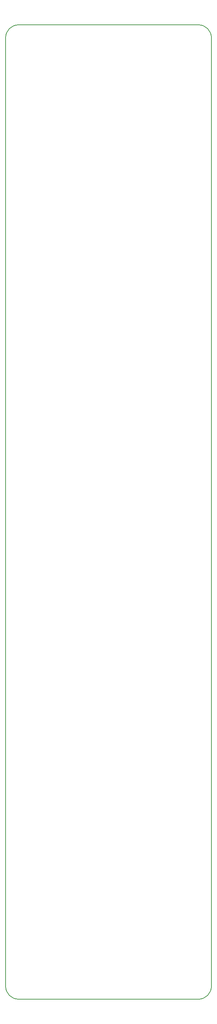
<source format=gm1>
G04 #@! TF.GenerationSoftware,KiCad,Pcbnew,5.1.5-52549c5~84~ubuntu18.04.1*
G04 #@! TF.CreationDate,2020-02-28T12:30:24-05:00*
G04 #@! TF.ProjectId,BMS_peripheral_v2,424d535f-7065-4726-9970-686572616c5f,rev?*
G04 #@! TF.SameCoordinates,Original*
G04 #@! TF.FileFunction,Profile,NP*
%FSLAX46Y46*%
G04 Gerber Fmt 4.6, Leading zero omitted, Abs format (unit mm)*
G04 Created by KiCad (PCBNEW 5.1.5-52549c5~84~ubuntu18.04.1) date 2020-02-28 12:30:24*
%MOMM*%
%LPD*%
G04 APERTURE LIST*
%ADD10C,0.200000*%
G04 APERTURE END LIST*
D10*
X177669434Y-378968000D02*
G75*
G02X174494434Y-375793000I0J3175000D01*
G01*
X174494434Y-145922999D02*
X174494434Y-375793000D01*
X177669434Y-378968000D02*
X221357434Y-378968000D01*
X224532434Y-375793000D02*
X224532434Y-145922999D01*
X174494434Y-145922999D02*
G75*
G02X177669434Y-142747999I3175000J0D01*
G01*
X221357434Y-142747999D02*
G75*
G02X224532434Y-145922999I0J-3175000D01*
G01*
X224532434Y-375793000D02*
G75*
G02X221357434Y-378968000I-3175000J0D01*
G01*
X221357434Y-142748000D02*
X177669434Y-142748000D01*
M02*

</source>
